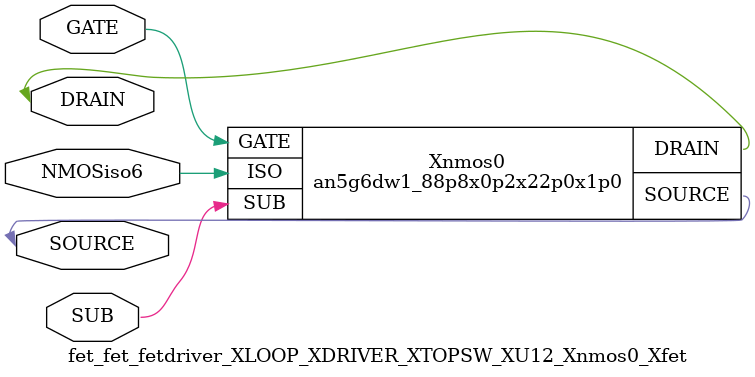
<source format=v>

module an5g6dw1_88p8x0p2x22p0x1p0 (DRAIN,GATE,SOURCE,ISO,SUB);
input GATE;
input ISO;
input SUB;
inout SOURCE;
inout DRAIN;
endmodule

//Celera Confidential Do Not Copy fet_fet_fetdriver_XLOOP_XDRIVER_XTOPSW_XU12_Xnmos0_Xfet
//Celera Confidential Symbol Generator
//power NMOS:Ron:2.000 Ohm
//Vgs 6V Vds 6V
//Kelvin:no

module fet_fet_fetdriver_XLOOP_XDRIVER_XTOPSW_XU12_Xnmos0_Xfet (GATE,SOURCE,DRAIN,NMOSiso6,SUB);
input GATE;
inout SOURCE;
inout DRAIN;
input SUB;
input NMOSiso6;

//Celera Confidential Do Not Copy an5g6dw1_88p8x0p2x22p0x1p0
an5g6dw1_88p8x0p2x22p0x1p0 Xnmos0(
.DRAIN (DRAIN),
.GATE (GATE),
.SOURCE (SOURCE),
.ISO (NMOSiso6),
.SUB (SUB)
);
//,diesize,an5g6dw1_88p8x0p2x22p0x1p0

//Celera Confidential Do Not Copy Module End
//Celera Schematic Generator
endmodule

</source>
